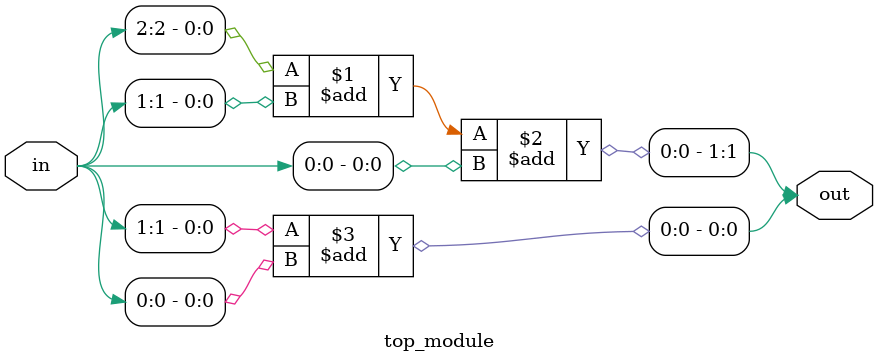
<source format=sv>
module top_module (
    input [2:0] in,
    output [1:0] out
);

    // Adding the three input bits to get the output bits
    assign out[1] = in[2] + in[1] + in[0];
    assign out[0] = in[1] + in[0];

endmodule

</source>
